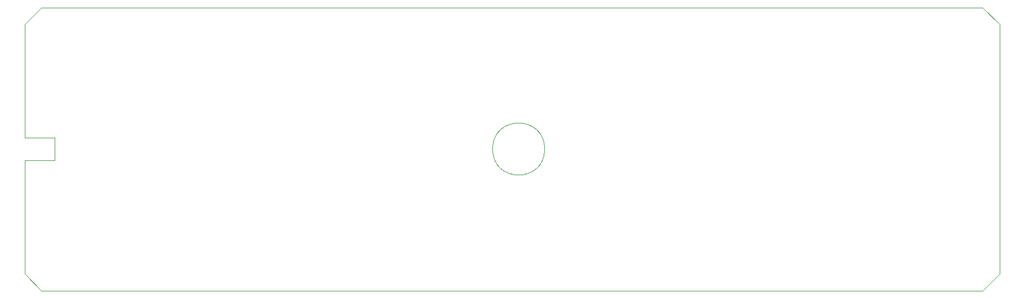
<source format=gbr>
G04 #@! TF.FileFunction,Profile,NP*
%FSLAX46Y46*%
G04 Gerber Fmt 4.6, Leading zero omitted, Abs format (unit mm)*
G04 Created by KiCad (PCBNEW 0.201511300701+6336~38~ubuntu14.04.1-stable) date Tue 01 Dec 2015 10:36:23 AM EET*
%MOMM*%
G01*
G04 APERTURE LIST*
%ADD10C,0.100000*%
G04 APERTURE END LIST*
D10*
X170700000Y-42750000D02*
G75*
G03X170700000Y-42750000I-4000000J0D01*
G01*
X240454597Y-61950000D02*
X237900000Y-64504597D01*
X95500000Y-44500000D02*
X95500000Y-41000000D01*
X90945403Y-44500000D02*
X95500000Y-44500000D01*
X90945403Y-61950000D02*
X90945403Y-44500000D01*
X93500000Y-64504597D02*
X90945403Y-61950000D01*
X237900000Y-64504597D02*
X93500000Y-64504597D01*
X240454597Y-46250000D02*
X240454597Y-61950000D01*
X240454597Y-39250000D02*
X240454597Y-46250000D01*
X240454597Y-23550000D02*
X240454597Y-39250000D01*
X237900000Y-20995403D02*
X240454597Y-23550000D01*
X93500000Y-20995403D02*
X237900000Y-20995403D01*
X90945403Y-23550000D02*
X93500000Y-20995403D01*
X90945403Y-41000000D02*
X90945403Y-23550000D01*
X95500000Y-41000000D02*
X90945403Y-41000000D01*
M02*

</source>
